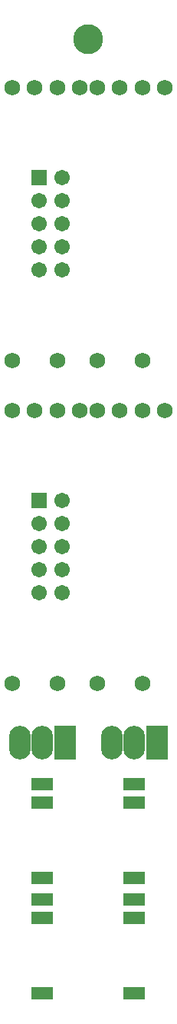
<source format=gbr>
G04 DipTrace 2.4.0.2*
%INBottomMask.gbr*%
%MOMM*%
%ADD26C,3.3*%
%ADD36O,2.403X3.703*%
%ADD38R,2.403X3.703*%
%ADD40C,1.727*%
%ADD42R,1.703X1.703*%
%ADD44C,1.703*%
%ADD46R,2.403X1.473*%
%FSLAX53Y53*%
G04*
G71*
G90*
G75*
G01*
%LNBotMask*%
%LPD*%
D26*
X9525Y106680D3*
D46*
X4445Y14384D3*
Y22683D3*
Y24716D3*
X14605Y14384D3*
Y22683D3*
Y24716D3*
X4445Y1684D3*
Y9983D3*
Y12016D3*
X14605Y1684D3*
Y9983D3*
Y12016D3*
D44*
X4064Y81280D3*
X6604D3*
X4064Y83820D3*
X6604D3*
X4064Y86360D3*
X6604D3*
X4064Y88900D3*
X6604D3*
Y91440D3*
D42*
X4064D3*
D44*
Y45720D3*
X6604D3*
X4064Y48260D3*
X6604D3*
X4064Y50800D3*
X6604D3*
X4064Y53340D3*
X6604D3*
Y55880D3*
D42*
X4064D3*
D40*
X3576Y101360D3*
X6076D3*
X8576D3*
X1076D3*
Y71360D3*
X6076D3*
X12974Y101360D3*
X15474D3*
X17974D3*
X10474D3*
Y71360D3*
X15474D3*
X3576Y65800D3*
X6076D3*
X8576D3*
X1076D3*
Y35800D3*
X6076D3*
X12974Y65800D3*
X15474D3*
X17974D3*
X10474D3*
Y35800D3*
X15474D3*
D38*
X6945Y29210D3*
D36*
X4445D3*
X1945D3*
D38*
X17105D3*
D36*
X14605D3*
X12105D3*
M02*

</source>
